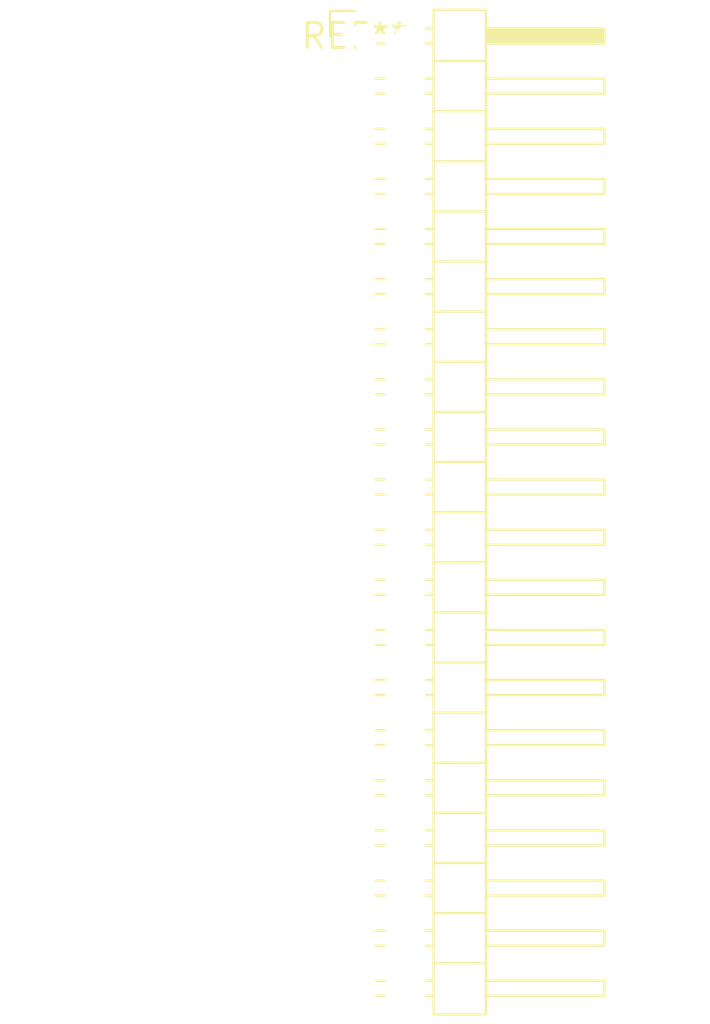
<source format=kicad_pcb>
(kicad_pcb (version 20240108) (generator pcbnew)
  (layers (0 "F.Cu" signal) (31 "B.Cu" signal) (34 "B.Paste" user) (35 "F.Paste" user) (36 "B.SilkS" user "B.Silkscreen") (37 "F.SilkS" user "F.Silkscreen") (38 "B.Mask" user) (39 "F.Mask" user) (44 "Edge.Cuts" user))
  (net 0 "")
  (footprint "PinHeader_2x20_P2.54mm_Horizontal" (layer "F.Cu") (at 0 0)
    (property "Reference" "REF**")
    (property "Value" "PinHeader_2x20_P2.54mm_Horizontal")
    (fp_line (start -1.27 -1.27) (end 0 -1.27) (layer "F.SilkS") (stroke (width 0.12)))
    (fp_line (start -1.27 0) (end -1.27 -1.27) (layer "F.SilkS") (stroke (width 0.12)))
    (fp_line (start 1.042929 2.16) (end 1.497071 2.16) (layer "F.SilkS") (stroke (width 0.12)))
    (fp_line (start 1.042929 2.92) (end 1.497071 2.92) (layer "F.SilkS") (stroke (width 0.12)))
    (fp_line (start 1.042929 4.7) (end 1.497071 4.7) (layer "F.SilkS") (stroke (width 0.12)))
    (fp_line (start 1.042929 5.46) (end 1.497071 5.46) (layer "F.SilkS") (stroke (width 0.12)))
    (fp_line (start 1.042929 7.24) (end 1.497071 7.24) (layer "F.SilkS") (stroke (width 0.12)))
    (fp_line (start 1.042929 8) (end 1.497071 8) (layer "F.SilkS") (stroke (width 0.12)))
    (fp_line (start 1.042929 9.78) (end 1.497071 9.78) (layer "F.SilkS") (stroke (width 0.12)))
    (fp_line (start 1.042929 10.54) (end 1.497071 10.54) (layer "F.SilkS") (stroke (width 0.12)))
    (fp_line (start 1.042929 12.32) (end 1.497071 12.32) (layer "F.SilkS") (stroke (width 0.12)))
    (fp_line (start 1.042929 13.08) (end 1.497071 13.08) (layer "F.SilkS") (stroke (width 0.12)))
    (fp_line (start 1.042929 14.86) (end 1.497071 14.86) (layer "F.SilkS") (stroke (width 0.12)))
    (fp_line (start 1.042929 15.62) (end 1.497071 15.62) (layer "F.SilkS") (stroke (width 0.12)))
    (fp_line (start 1.042929 17.4) (end 1.497071 17.4) (layer "F.SilkS") (stroke (width 0.12)))
    (fp_line (start 1.042929 18.16) (end 1.497071 18.16) (layer "F.SilkS") (stroke (width 0.12)))
    (fp_line (start 1.042929 19.94) (end 1.497071 19.94) (layer "F.SilkS") (stroke (width 0.12)))
    (fp_line (start 1.042929 20.7) (end 1.497071 20.7) (layer "F.SilkS") (stroke (width 0.12)))
    (fp_line (start 1.042929 22.48) (end 1.497071 22.48) (layer "F.SilkS") (stroke (width 0.12)))
    (fp_line (start 1.042929 23.24) (end 1.497071 23.24) (layer "F.SilkS") (stroke (width 0.12)))
    (fp_line (start 1.042929 25.02) (end 1.497071 25.02) (layer "F.SilkS") (stroke (width 0.12)))
    (fp_line (start 1.042929 25.78) (end 1.497071 25.78) (layer "F.SilkS") (stroke (width 0.12)))
    (fp_line (start 1.042929 27.56) (end 1.497071 27.56) (layer "F.SilkS") (stroke (width 0.12)))
    (fp_line (start 1.042929 28.32) (end 1.497071 28.32) (layer "F.SilkS") (stroke (width 0.12)))
    (fp_line (start 1.042929 30.1) (end 1.497071 30.1) (layer "F.SilkS") (stroke (width 0.12)))
    (fp_line (start 1.042929 30.86) (end 1.497071 30.86) (layer "F.SilkS") (stroke (width 0.12)))
    (fp_line (start 1.042929 32.64) (end 1.497071 32.64) (layer "F.SilkS") (stroke (width 0.12)))
    (fp_line (start 1.042929 33.4) (end 1.497071 33.4) (layer "F.SilkS") (stroke (width 0.12)))
    (fp_line (start 1.042929 35.18) (end 1.497071 35.18) (layer "F.SilkS") (stroke (width 0.12)))
    (fp_line (start 1.042929 35.94) (end 1.497071 35.94) (layer "F.SilkS") (stroke (width 0.12)))
    (fp_line (start 1.042929 37.72) (end 1.497071 37.72) (layer "F.SilkS") (stroke (width 0.12)))
    (fp_line (start 1.042929 38.48) (end 1.497071 38.48) (layer "F.SilkS") (stroke (width 0.12)))
    (fp_line (start 1.042929 40.26) (end 1.497071 40.26) (layer "F.SilkS") (stroke (width 0.12)))
    (fp_line (start 1.042929 41.02) (end 1.497071 41.02) (layer "F.SilkS") (stroke (width 0.12)))
    (fp_line (start 1.042929 42.8) (end 1.497071 42.8) (layer "F.SilkS") (stroke (width 0.12)))
    (fp_line (start 1.042929 43.56) (end 1.497071 43.56) (layer "F.SilkS") (stroke (width 0.12)))
    (fp_line (start 1.042929 45.34) (end 1.497071 45.34) (layer "F.SilkS") (stroke (width 0.12)))
    (fp_line (start 1.042929 46.1) (end 1.497071 46.1) (layer "F.SilkS") (stroke (width 0.12)))
    (fp_line (start 1.042929 47.88) (end 1.497071 47.88) (layer "F.SilkS") (stroke (width 0.12)))
    (fp_line (start 1.042929 48.64) (end 1.497071 48.64) (layer "F.SilkS") (stroke (width 0.12)))
    (fp_line (start 1.11 -0.38) (end 1.497071 -0.38) (layer "F.SilkS") (stroke (width 0.12)))
    (fp_line (start 1.11 0.38) (end 1.497071 0.38) (layer "F.SilkS") (stroke (width 0.12)))
    (fp_line (start 3.582929 -0.38) (end 3.98 -0.38) (layer "F.SilkS") (stroke (width 0.12)))
    (fp_line (start 3.582929 0.38) (end 3.98 0.38) (layer "F.SilkS") (stroke (width 0.12)))
    (fp_line (start 3.582929 2.16) (end 3.98 2.16) (layer "F.SilkS") (stroke (width 0.12)))
    (fp_line (start 3.582929 2.92) (end 3.98 2.92) (layer "F.SilkS") (stroke (width 0.12)))
    (fp_line (start 3.582929 4.7) (end 3.98 4.7) (layer "F.SilkS") (stroke (width 0.12)))
    (fp_line (start 3.582929 5.46) (end 3.98 5.46) (layer "F.SilkS") (stroke (width 0.12)))
    (fp_line (start 3.582929 7.24) (end 3.98 7.24) (layer "F.SilkS") (stroke (width 0.12)))
    (fp_line (start 3.582929 8) (end 3.98 8) (layer "F.SilkS") (stroke (width 0.12)))
    (fp_line (start 3.582929 9.78) (end 3.98 9.78) (layer "F.SilkS") (stroke (width 0.12)))
    (fp_line (start 3.582929 10.54) (end 3.98 10.54) (layer "F.SilkS") (stroke (width 0.12)))
    (fp_line (start 3.582929 12.32) (end 3.98 12.32) (layer "F.SilkS") (stroke (width 0.12)))
    (fp_line (start 3.582929 13.08) (end 3.98 13.08) (layer "F.SilkS") (stroke (width 0.12)))
    (fp_line (start 3.582929 14.86) (end 3.98 14.86) (layer "F.SilkS") (stroke (width 0.12)))
    (fp_line (start 3.582929 15.62) (end 3.98 15.62) (layer "F.SilkS") (stroke (width 0.12)))
    (fp_line (start 3.582929 17.4) (end 3.98 17.4) (layer "F.SilkS") (stroke (width 0.12)))
    (fp_line (start 3.582929 18.16) (end 3.98 18.16) (layer "F.SilkS") (stroke (width 0.12)))
    (fp_line (start 3.582929 19.94) (end 3.98 19.94) (layer "F.SilkS") (stroke (width 0.12)))
    (fp_line (start 3.582929 20.7) (end 3.98 20.7) (layer "F.SilkS") (stroke (width 0.12)))
    (fp_line (start 3.582929 22.48) (end 3.98 22.48) (layer "F.SilkS") (stroke (width 0.12)))
    (fp_line (start 3.582929 23.24) (end 3.98 23.24) (layer "F.SilkS") (stroke (width 0.12)))
    (fp_line (start 3.582929 25.02) (end 3.98 25.02) (layer "F.SilkS") (stroke (width 0.12)))
    (fp_line (start 3.582929 25.78) (end 3.98 25.78) (layer "F.SilkS") (stroke (width 0.12)))
    (fp_line (start 3.582929 27.56) (end 3.98 27.56) (layer "F.SilkS") (stroke (width 0.12)))
    (fp_line (start 3.582929 28.32) (end 3.98 28.32) (layer "F.SilkS") (stroke (width 0.12)))
    (fp_line (start 3.582929 30.1) (end 3.98 30.1) (layer "F.SilkS") (stroke (width 0.12)))
    (fp_line (start 3.582929 30.86) (end 3.98 30.86) (layer "F.SilkS") (stroke (width 0.12)))
    (fp_line (start 3.582929 32.64) (end 3.98 32.64) (layer "F.SilkS") (stroke (width 0.12)))
    (fp_line (start 3.582929 33.4) (end 3.98 33.4) (layer "F.SilkS") (stroke (width 0.12)))
    (fp_line (start 3.582929 35.18) (end 3.98 35.18) (layer "F.SilkS") (stroke (width 0.12)))
    (fp_line (start 3.582929 35.94) (end 3.98 35.94) (layer "F.SilkS") (stroke (width 0.12)))
    (fp_line (start 3.582929 37.72) (end 3.98 37.72) (layer "F.SilkS") (stroke (width 0.12)))
    (fp_line (start 3.582929 38.48) (end 3.98 38.48) (layer "F.SilkS") (stroke (width 0.12)))
    (fp_line (start 3.582929 40.26) (end 3.98 40.26) (layer "F.SilkS") (stroke (width 0.12)))
    (fp_line (start 3.582929 41.02) (end 3.98 41.02) (layer "F.SilkS") (stroke (width 0.12)))
    (fp_line (start 3.582929 42.8) (end 3.98 42.8) (layer "F.SilkS") (stroke (width 0.12)))
    (fp_line (start 3.582929 43.56) (end 3.98 43.56) (layer "F.SilkS") (stroke (width 0.12)))
    (fp_line (start 3.582929 45.34) (end 3.98 45.34) (layer "F.SilkS") (stroke (width 0.12)))
    (fp_line (start 3.582929 46.1) (end 3.98 46.1) (layer "F.SilkS") (stroke (width 0.12)))
    (fp_line (start 3.582929 47.88) (end 3.98 47.88) (layer "F.SilkS") (stroke (width 0.12)))
    (fp_line (start 3.582929 48.64) (end 3.98 48.64) (layer "F.SilkS") (stroke (width 0.12)))
    (fp_line (start 3.98 -1.33) (end 3.98 49.59) (layer "F.SilkS") (stroke (width 0.12)))
    (fp_line (start 3.98 1.27) (end 6.64 1.27) (layer "F.SilkS") (stroke (width 0.12)))
    (fp_line (start 3.98 3.81) (end 6.64 3.81) (layer "F.SilkS") (stroke (width 0.12)))
    (fp_line (start 3.98 6.35) (end 6.64 6.35) (layer "F.SilkS") (stroke (width 0.12)))
    (fp_line (start 3.98 8.89) (end 6.64 8.89) (layer "F.SilkS") (stroke (width 0.12)))
    (fp_line (start 3.98 11.43) (end 6.64 11.43) (layer "F.SilkS") (stroke (width 0.12)))
    (fp_line (start 3.98 13.97) (end 6.64 13.97) (layer "F.SilkS") (stroke (width 0.12)))
    (fp_line (start 3.98 16.51) (end 6.64 16.51) (layer "F.SilkS") (stroke (width 0.12)))
    (fp_line (start 3.98 19.05) (end 6.64 19.05) (layer "F.SilkS") (stroke (width 0.12)))
    (fp_line (start 3.98 21.59) (end 6.64 21.59) (layer "F.SilkS") (stroke (width 0.12)))
    (fp_line (start 3.98 24.13) (end 6.64 24.13) (layer "F.SilkS") (stroke (width 0.12)))
    (fp_line (start 3.98 26.67) (end 6.64 26.67) (layer "F.SilkS") (stroke (width 0.12)))
    (fp_line (start 3.98 29.21) (end 6.64 29.21) (layer "F.SilkS") (stroke (width 0.12)))
    (fp_line (start 3.98 31.75) (end 6.64 31.75) (layer "F.SilkS") (stroke (width 0.12)))
    (fp_line (start 3.98 34.29) (end 6.64 34.29) (layer "F.SilkS") (stroke (width 0.12)))
    (fp_line (start 3.98 36.83) (end 6.64 36.83) (layer "F.SilkS") (stroke (width 0.12)))
    (fp_line (start 3.98 39.37) (end 6.64 39.37) (layer "F.SilkS") (stroke (width 0.12)))
    (fp_line (start 3.98 41.91) (end 6.64 41.91) (layer "F.SilkS") (stroke (width 0.12)))
    (fp_line (start 3.98 44.45) (end 6.64 44.45) (layer "F.SilkS") (stroke (width 0.12)))
    (fp_line (start 3.98 46.99) (end 6.64 46.99) (layer "F.SilkS") (stroke (width 0.12)))
    (fp_line (start 3.98 49.59) (end 6.64 49.59) (layer "F.SilkS") (stroke (width 0.12)))
    (fp_line (start 6.64 -1.33) (end 3.98 -1.33) (layer "F.SilkS") (stroke (width 0.12)))
    (fp_line (start 6.64 -0.38) (end 12.64 -0.38) (layer "F.SilkS") (stroke (width 0.12)))
    (fp_line (start 6.64 -0.32) (end 12.64 -0.32) (layer "F.SilkS") (stroke (width 0.12)))
    (fp_line (start 6.64 -0.2) (end 12.64 -0.2) (layer "F.SilkS") (stroke (width 0.12)))
    (fp_line (start 6.64 -0.08) (end 12.64 -0.08) (layer "F.SilkS") (stroke (width 0.12)))
    (fp_line (start 6.64 0.04) (end 12.64 0.04) (layer "F.SilkS") (stroke (width 0.12)))
    (fp_line (start 6.64 0.16) (end 12.64 0.16) (layer "F.SilkS") (stroke (width 0.12)))
    (fp_line (start 6.64 0.28) (end 12.64 0.28) (layer "F.SilkS") (stroke (width 0.12)))
    (fp_line (start 6.64 2.16) (end 12.64 2.16) (layer "F.SilkS") (stroke (width 0.12)))
    (fp_line (start 6.64 4.7) (end 12.64 4.7) (layer "F.SilkS") (stroke (width 0.12)))
    (fp_line (start 6.64 7.24) (end 12.64 7.24) (layer "F.SilkS") (stroke (width 0.12)))
    (fp_line (start 6.64 9.78) (end 12.64 9.78) (layer "F.SilkS") (stroke (width 0.12)))
    (fp_line (start 6.64 12.32) (end 12.64 12.32) (layer "F.SilkS") (stroke (width 0.12)))
    (fp_line (start 6.64 14.86) (end 12.64 14.86) (layer "F.SilkS") (stroke (width 0.12)))
    (fp_line (start 6.64 17.4) (end 12.64 17.4) (layer "F.SilkS") (stroke (width 0.12)))
    (fp_line (start 6.64 19.94) (end 12.64 19.94) (layer "F.SilkS") (stroke (width 0.12)))
    (fp_line (start 6.64 22.48) (end 12.64 22.48) (layer "F.SilkS") (stroke (width 0.12)))
    (fp_line (start 6.64 25.02) (end 12.64 25.02) (layer "F.SilkS") (stroke (width 0.12)))
    (fp_line (start 6.64 27.56) (end 12.64 27.56) (layer "F.SilkS") (stroke (width 0.12)))
    (fp_line (start 6.64 30.1) (end 12.64 30.1) (layer "F.SilkS") (stroke (width 0.12)))
    (fp_line (start 6.64 32.64) (end 12.64 32.64) (layer "F.SilkS") (stroke (width 0.12)))
    (fp_line (start 6.64 35.18) (end 12.64 35.18) (layer "F.SilkS") (stroke (width 0.12)))
    (fp_line (start 6.64 37.72) (end 12.64 37.72) (layer "F.SilkS") (stroke (width 0.12)))
    (fp_line (start 6.64 40.26) (end 12.64 40.26) (layer "F.SilkS") (stroke (width 0.12)))
    (fp_line (start 6.64 42.8) (end 12.64 42.8) (layer "F.SilkS") (stroke (width 0.12)))
    (fp_line (start 6.64 45.34) (end 12.64 45.34) (layer "F.SilkS") (stroke (width 0.12)))
    (fp_line (start 6.64 47.88) (end 12.64 47.88) (layer "F.SilkS") (stroke (width 0.12)))
    (fp_line (start 6.64 49.59) (end 6.64 -1.33) (layer "F.SilkS") (stroke (width 0.12)))
    (fp_line (start 12.64 -0.38) (end 12.64 0.38) (layer "F.SilkS") (stroke (width 0.12)))
    (fp_line (start 12.64 0.38) (end 6.64 0.38) (layer "F.SilkS") (stroke (width 0.12)))
    (fp_line (start 12.64 2.16) (end 12.64 2.92) (layer "F.SilkS") (stroke (width 0.12)))
    (fp_line (start 12.64 2.92) (end 6.64 2.92) (layer "F.SilkS") (stroke (width 0.12)))
    (fp_line (start 12.64 4.7) (end 12.64 5.46) (layer "F.SilkS") (stroke (width 0.12)))
    (fp_line (start 12.64 5.46) (end 6.64 5.46) (layer "F.SilkS") (stroke (width 0.12)))
    (fp_line (start 12.64 7.24) (end 12.64 8) (layer "F.SilkS") (stroke (width 0.12)))
    (fp_line (start 12.64 8) (end 6.64 8) (layer "F.SilkS") (stroke (width 0.12)))
    (fp_line (start 12.64 9.78) (end 12.64 10.54) (layer "F.SilkS") (stroke (width 0.12)))
    (fp_line (start 12.64 10.54) (end 6.64 10.54) (layer "F.SilkS") (stroke (width 0.12)))
    (fp_line (start 12.64 12.32) (end 12.64 13.08) (layer "F.SilkS") (stroke (width 0.12)))
    (fp_line (start 12.64 13.08) (end 6.64 13.08) (layer "F.SilkS") (stroke (width 0.12)))
    (fp_line (start 12.64 14.86) (end 12.64 15.62) (layer "F.SilkS") (stroke (width 0.12)))
    (fp_line (start 12.64 15.62) (end 6.64 15.62) (layer "F.SilkS") (stroke (width 0.12)))
    (fp_line (start 12.64 17.4) (end 12.64 18.16) (layer "F.SilkS") (stroke (width 0.12)))
    (fp_line (start 12.64 18.16) (end 6.64 18.16) (layer "F.SilkS") (stroke (width 0.12)))
    (fp_line (start 12.64 19.94) (end 12.64 20.7) (layer "F.SilkS") (stroke (width 0.12)))
    (fp_line (start 12.64 20.7) (end 6.64 20.7) (layer "F.SilkS") (stroke (width 0.12)))
    (fp_line (start 12.64 22.48) (end 12.64 23.24) (layer "F.SilkS") (stroke (width 0.12)))
    (fp_line (start 12.64 23.24) (end 6.64 23.24) (layer "F.SilkS") (stroke (width 0.12)))
    (fp_line (start 12.64 25.02) (end 12.64 25.78) (layer "F.SilkS") (stroke (width 0.12)))
    (fp_line (start 12.64 25.78) (end 6.64 25.78) (layer "F.SilkS") (stroke (width 0.12)))
    (fp_line (start 12.64 27.56) (end 12.64 28.32) (layer "F.SilkS") (stroke (width 0.12)))
    (fp_line (start 12.64 28.32) (end 6.64 28.32) (layer "F.SilkS") (stroke (width 0.12)))
    (fp_line (start 12.64 30.1) (end 12.64 30.86) (layer "F.SilkS") (stroke (width 0.12)))
    (fp_line (start 12.64 30.86) (end 6.64 30.86) (layer "F.SilkS") (stroke (width 0.12)))
    (fp_line (start 12.64 32.64) (end 12.64 33.4) (layer "F.SilkS") (stroke (width 0.12)))
    (fp_line (start 12.64 33.4) (end 6.64 33.4) (layer "F.SilkS") (stroke (width 0.12)))
    (fp_line (start 12.64 35.18) (end 12.64 35.94) (layer "F.SilkS") (stroke (width 0.12)))
    (fp_line (start 12.64 35.94) (end 6.64 35.94) (layer "F.SilkS") (stroke (width 0.12)))
    (fp_line (start 12.64 37.72) (end 12.64 38.48) (layer "F.SilkS") (stroke (width 0.12)))
    (fp_line (start 12.64 38.48) (end 6.64 38.48) (layer "F.SilkS") (stroke (width 0.12)))
    (fp_line (start 12.64 40.26) (end 12.64 41.02) (layer "F.SilkS") (stroke (width 0.12)))
    (fp_line (start 12.64 41.02) (end 6.64 41.02) (layer "F.SilkS") (stroke (width 0.12)))
    (fp_line (start 12.64 42.8) (end 12.64 43.56) (layer "F.SilkS") (stroke (width 0.12)))
    (fp_line (start 12.64 43.56) (end 6.64 43.56) (layer "F.SilkS") (stroke (width 0.12)))
    (fp_line (start 12.64 45.34) (end 12.64 46.1) (layer "F.SilkS") (stroke (width 0.12)))
    (fp_line (start 12.64 46.1) (end 6.64 46.1) (layer "F.SilkS") (stroke (width 0.12)))
    (fp_line (start 12.64 47.88) (end 12.64 48.64) (layer "F.SilkS") (stroke (width 0.12)))
    (fp_line (start 12.64 48.64) (end 6.64 48.64) (layer "F.SilkS") (stroke (width 0.12)))
    (pad "1" thru_hole rect (at 0 0) (size 1.7 1.7) (drill 1) (layers *.Cu *.Mask) (remove_unused_layers))
    (pad "2" thru_hole oval (at 2.54 0) (size 1.7 1.7) (drill 1) (layers *.Cu *.Mask) (remove_unused_layers))
    (pad "3" thru_hole oval (at 0 2.54) (size 1.7 1.7) (drill 1) (layers *.Cu *.Mask) (remove_unused_layers))
    (pad "4" thru_hole oval (at 2.54 2.54) (size 1.7 1.7) (drill 1) (layers *.Cu *.Mask) (remove_unused_layers))
    (pad "5" thru_hole oval (at 0 5.08) (size 1.7 1.7) (drill 1) (layers *.Cu *.Mask) (remove_unused_layers))
    (pad "6" thru_hole oval (at 2.54 5.08) (size 1.7 1.7) (drill 1) (layers *.Cu *.Mask) (remove_unused_layers))
    (pad "7" thru_hole oval (at 0 7.62) (size 1.7 1.7) (drill 1) (layers *.Cu *.Mask) (remove_unused_layers))
    (pad "8" thru_hole oval (at 2.54 7.62) (size 1.7 1.7) (drill 1) (layers *.Cu *.Mask) (remove_unused_layers))
    (pad "9" thru_hole oval (at 0 10.16) (size 1.7 1.7) (drill 1) (layers *.Cu *.Mask) (remove_unused_layers))
    (pad "10" thru_hole oval (at 2.54 10.16) (size 1.7 1.7) (drill 1) (layers *.Cu *.Mask) (remove_unused_layers))
    (pad "11" thru_hole oval (at 0 12.7) (size 1.7 1.7) (drill 1) (layers *.Cu *.Mask) (remove_unused_layers))
    (pad "12" thru_hole oval (at 2.54 12.7) (size 1.7 1.7) (drill 1) (layers *.Cu *.Mask) (remove_unused_layers))
    (pad "13" thru_hole oval (at 0 15.24) (size 1.7 1.7) (drill 1) (layers *.Cu *.Mask) (remove_unused_layers))
    (pad "14" thru_hole oval (at 2.54 15.24) (size 1.7 1.7) (drill 1) (layers *.Cu *.Mask) (remove_unused_layers))
    (pad "15" thru_hole oval (at 0 17.78) (size 1.7 1.7) (drill 1) (layers *.Cu *.Mask) (remove_unused_layers))
    (pad "16" thru_hole oval (at 2.54 17.78) (size 1.7 1.7) (drill 1) (layers *.Cu *.Mask) (remove_unused_layers))
    (pad "17" thru_hole oval (at 0 20.32) (size 1.7 1.7) (drill 1) (layers *.Cu *.Mask) (remove_unused_layers))
    (pad "18" thru_hole oval (at 2.54 20.32) (size 1.7 1.7) (drill 1) (layers *.Cu *.Mask) (remove_unused_layers))
    (pad "19" thru_hole oval (at 0 22.86) (size 1.7 1.7) (drill 1) (layers *.Cu *.Mask) (remove_unused_layers))
    (pad "20" thru_hole oval (at 2.54 22.86) (size 1.7 1.7) (drill 1) (layers *.Cu *.Mask) (remove_unused_layers))
    (pad "21" thru_hole oval (at 0 25.4) (size 1.7 1.7) (drill 1) (layers *.Cu *.Mask) (remove_unused_layers))
    (pad "22" thru_hole oval (at 2.54 25.4) (size 1.7 1.7) (drill 1) (layers *.Cu *.Mask) (remove_unused_layers))
    (pad "23" thru_hole oval (at 0 27.94) (size 1.7 1.7) (drill 1) (layers *.Cu *.Mask) (remove_unused_layers))
    (pad "24" thru_hole oval (at 2.54 27.94) (size 1.7 1.7) (drill 1) (layers *.Cu *.Mask) (remove_unused_layers))
    (pad "25" thru_hole oval (at 0 30.48) (size 1.7 1.7) (drill 1) (layers *.Cu *.Mask) (remove_unused_layers))
    (pad "26" thru_hole oval (at 2.54 30.48) (size 1.7 1.7) (drill 1) (layers *.Cu *.Mask) (remove_unused_layers))
    (pad "27" thru_hole oval (at 0 33.02) (size 1.7 1.7) (drill 1) (layers *.Cu *.Mask) (remove_unused_layers))
    (pad "28" thru_hole oval (at 2.54 33.02) (size 1.7 1.7) (drill 1) (layers *.Cu *.Mask) (remove_unused_layers))
    (pad "29" thru_hole oval (at 0 35.56) (size 1.7 1.7) (drill 1) (layers *.Cu *.Mask) (remove_unused_layers))
    (pad "30" thru_hole oval (at 2.54 35.56) (size 1.7 1.7) (drill 1) (layers *.Cu *.Mask) (remove_unused_layers))
    (pad "31" thru_hole oval (at 0 38.1) (size 1.7 1.7) (drill 1) (layers *.Cu *.Mask) (remove_unused_layers))
    (pad "32" thru_hole oval (at 2.54 38.1) (size 1.7 1.7) (drill 1) (layers *.Cu *.Mask) (remove_unused_layers))
    (pad "33" thru_hole oval (at 0 40.64) (size 1.7 1.7) (drill 1) (layers *.Cu *.Mask) (remove_unused_layers))
    (pad "34" thru_hole oval (at 2.54 40.64) (size 1.7 1.7) (drill 1) (layers *.Cu *.Mask) (remove_unused_layers))
    (pad "35" thru_hole oval (at 0 43.18) (size 1.7 1.7) (drill 1) (layers *.Cu *.Mask) (remove_unused_layers))
    (pad "36" thru_hole oval (at 2.54 43.18) (size 1.7 1.7) (drill 1) (layers *.Cu *.Mask) (remove_unused_layers))
    (pad "37" thru_hole oval (at 0 45.72) (size 1.7 1.7) (drill 1) (layers *.Cu *.Mask) (remove_unused_layers))
    (pad "38" thru_hole oval (at 2.54 45.72) (size 1.7 1.7) (drill 1) (layers *.Cu *.Mask) (remove_unused_layers))
    (pad "39" thru_hole oval (at 0 48.26) (size 1.7 1.7) (drill 1) (layers *.Cu *.Mask) (remove_unused_layers))
    (pad "40" thru_hole oval (at 2.54 48.26) (size 1.7 1.7) (drill 1) (layers *.Cu *.Mask) (remove_unused_layers))
  )
)
</source>
